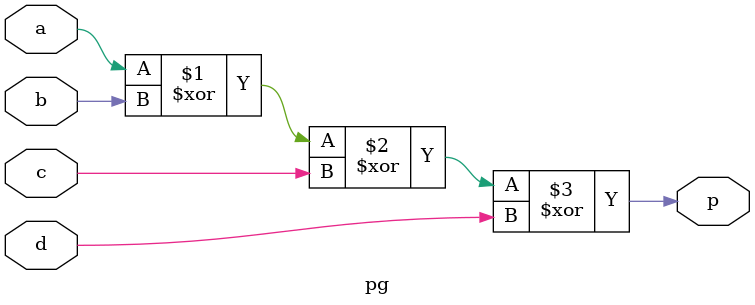
<source format=v>
`timescale 1ns / 1ps

module pg(
    input a, b, c, d,
    output p
    );

    assign p = a^b^c^d;

endmodule
</source>
